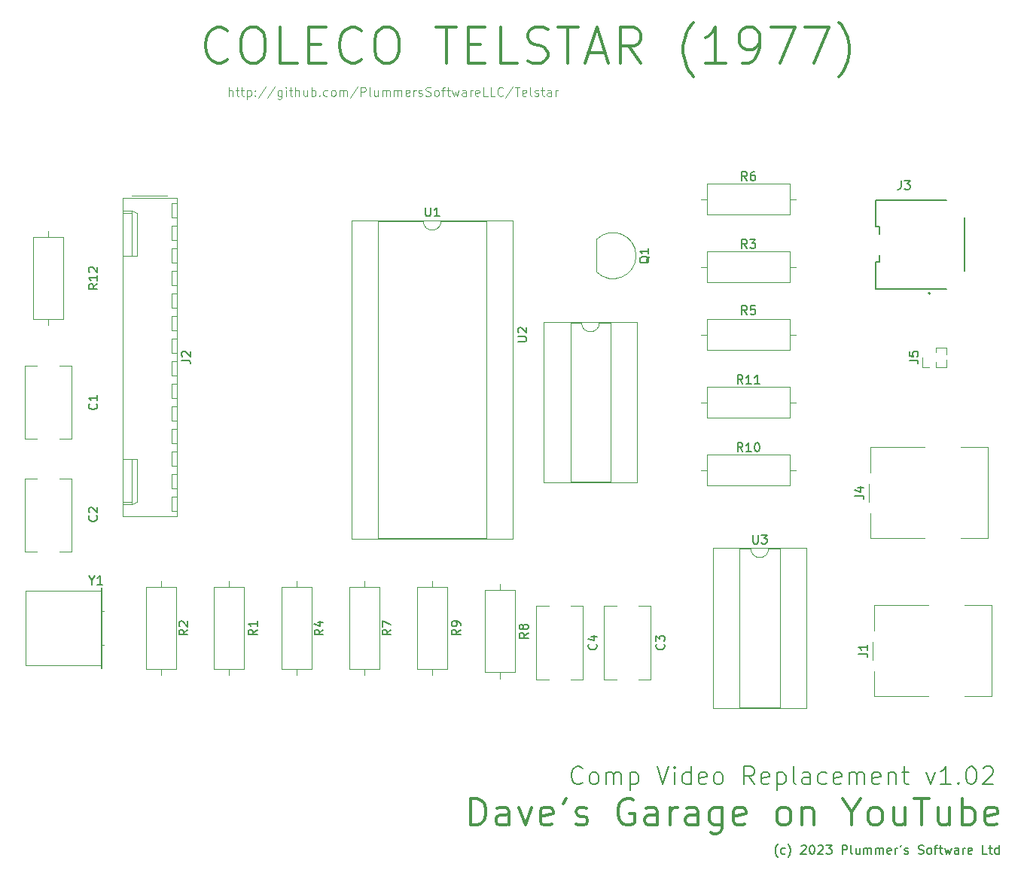
<source format=gbr>
%TF.GenerationSoftware,KiCad,Pcbnew,(6.0.9-0)*%
%TF.CreationDate,2023-01-07T16:42:32-08:00*%
%TF.ProjectId,Pong,506f6e67-2e6b-4696-9361-645f70636258,rev?*%
%TF.SameCoordinates,Original*%
%TF.FileFunction,Legend,Top*%
%TF.FilePolarity,Positive*%
%FSLAX46Y46*%
G04 Gerber Fmt 4.6, Leading zero omitted, Abs format (unit mm)*
G04 Created by KiCad (PCBNEW (6.0.9-0)) date 2023-01-07 16:42:32*
%MOMM*%
%LPD*%
G01*
G04 APERTURE LIST*
%ADD10C,0.100000*%
%ADD11C,0.150000*%
%ADD12C,0.300000*%
%ADD13C,0.120000*%
%ADD14C,0.127000*%
%ADD15C,0.200000*%
G04 APERTURE END LIST*
D10*
X66033928Y-44274880D02*
X66033928Y-43274880D01*
X66462499Y-44274880D02*
X66462499Y-43751071D01*
X66414880Y-43655833D01*
X66319642Y-43608214D01*
X66176785Y-43608214D01*
X66081547Y-43655833D01*
X66033928Y-43703452D01*
X66795833Y-43608214D02*
X67176785Y-43608214D01*
X66938690Y-43274880D02*
X66938690Y-44132023D01*
X66986309Y-44227261D01*
X67081547Y-44274880D01*
X67176785Y-44274880D01*
X67367261Y-43608214D02*
X67748214Y-43608214D01*
X67510119Y-43274880D02*
X67510119Y-44132023D01*
X67557738Y-44227261D01*
X67652976Y-44274880D01*
X67748214Y-44274880D01*
X68081547Y-43608214D02*
X68081547Y-44608214D01*
X68081547Y-43655833D02*
X68176785Y-43608214D01*
X68367261Y-43608214D01*
X68462500Y-43655833D01*
X68510119Y-43703452D01*
X68557738Y-43798690D01*
X68557738Y-44084404D01*
X68510119Y-44179642D01*
X68462500Y-44227261D01*
X68367261Y-44274880D01*
X68176785Y-44274880D01*
X68081547Y-44227261D01*
X68986309Y-44179642D02*
X69033928Y-44227261D01*
X68986309Y-44274880D01*
X68938690Y-44227261D01*
X68986309Y-44179642D01*
X68986309Y-44274880D01*
X68986309Y-43655833D02*
X69033928Y-43703452D01*
X68986309Y-43751071D01*
X68938690Y-43703452D01*
X68986309Y-43655833D01*
X68986309Y-43751071D01*
X70176785Y-43227261D02*
X69319642Y-44512976D01*
X71224404Y-43227261D02*
X70367261Y-44512976D01*
X71986309Y-43608214D02*
X71986309Y-44417738D01*
X71938690Y-44512976D01*
X71891071Y-44560595D01*
X71795833Y-44608214D01*
X71652976Y-44608214D01*
X71557738Y-44560595D01*
X71986309Y-44227261D02*
X71891071Y-44274880D01*
X71700595Y-44274880D01*
X71605357Y-44227261D01*
X71557738Y-44179642D01*
X71510119Y-44084404D01*
X71510119Y-43798690D01*
X71557738Y-43703452D01*
X71605357Y-43655833D01*
X71700595Y-43608214D01*
X71891071Y-43608214D01*
X71986309Y-43655833D01*
X72462500Y-44274880D02*
X72462500Y-43608214D01*
X72462500Y-43274880D02*
X72414880Y-43322500D01*
X72462500Y-43370119D01*
X72510119Y-43322500D01*
X72462500Y-43274880D01*
X72462500Y-43370119D01*
X72795833Y-43608214D02*
X73176785Y-43608214D01*
X72938690Y-43274880D02*
X72938690Y-44132023D01*
X72986309Y-44227261D01*
X73081547Y-44274880D01*
X73176785Y-44274880D01*
X73510119Y-44274880D02*
X73510119Y-43274880D01*
X73938690Y-44274880D02*
X73938690Y-43751071D01*
X73891071Y-43655833D01*
X73795833Y-43608214D01*
X73652976Y-43608214D01*
X73557738Y-43655833D01*
X73510119Y-43703452D01*
X74843452Y-43608214D02*
X74843452Y-44274880D01*
X74414880Y-43608214D02*
X74414880Y-44132023D01*
X74462500Y-44227261D01*
X74557738Y-44274880D01*
X74700595Y-44274880D01*
X74795833Y-44227261D01*
X74843452Y-44179642D01*
X75319642Y-44274880D02*
X75319642Y-43274880D01*
X75319642Y-43655833D02*
X75414880Y-43608214D01*
X75605357Y-43608214D01*
X75700595Y-43655833D01*
X75748214Y-43703452D01*
X75795833Y-43798690D01*
X75795833Y-44084404D01*
X75748214Y-44179642D01*
X75700595Y-44227261D01*
X75605357Y-44274880D01*
X75414880Y-44274880D01*
X75319642Y-44227261D01*
X76224404Y-44179642D02*
X76272023Y-44227261D01*
X76224404Y-44274880D01*
X76176785Y-44227261D01*
X76224404Y-44179642D01*
X76224404Y-44274880D01*
X77129166Y-44227261D02*
X77033928Y-44274880D01*
X76843452Y-44274880D01*
X76748214Y-44227261D01*
X76700595Y-44179642D01*
X76652976Y-44084404D01*
X76652976Y-43798690D01*
X76700595Y-43703452D01*
X76748214Y-43655833D01*
X76843452Y-43608214D01*
X77033928Y-43608214D01*
X77129166Y-43655833D01*
X77700595Y-44274880D02*
X77605357Y-44227261D01*
X77557738Y-44179642D01*
X77510119Y-44084404D01*
X77510119Y-43798690D01*
X77557738Y-43703452D01*
X77605357Y-43655833D01*
X77700595Y-43608214D01*
X77843452Y-43608214D01*
X77938690Y-43655833D01*
X77986309Y-43703452D01*
X78033928Y-43798690D01*
X78033928Y-44084404D01*
X77986309Y-44179642D01*
X77938690Y-44227261D01*
X77843452Y-44274880D01*
X77700595Y-44274880D01*
X78462500Y-44274880D02*
X78462500Y-43608214D01*
X78462500Y-43703452D02*
X78510119Y-43655833D01*
X78605357Y-43608214D01*
X78748214Y-43608214D01*
X78843452Y-43655833D01*
X78891071Y-43751071D01*
X78891071Y-44274880D01*
X78891071Y-43751071D02*
X78938690Y-43655833D01*
X79033928Y-43608214D01*
X79176785Y-43608214D01*
X79272023Y-43655833D01*
X79319642Y-43751071D01*
X79319642Y-44274880D01*
X80510119Y-43227261D02*
X79652976Y-44512976D01*
X80843452Y-44274880D02*
X80843452Y-43274880D01*
X81224404Y-43274880D01*
X81319642Y-43322500D01*
X81367261Y-43370119D01*
X81414880Y-43465357D01*
X81414880Y-43608214D01*
X81367261Y-43703452D01*
X81319642Y-43751071D01*
X81224404Y-43798690D01*
X80843452Y-43798690D01*
X81986309Y-44274880D02*
X81891071Y-44227261D01*
X81843452Y-44132023D01*
X81843452Y-43274880D01*
X82795833Y-43608214D02*
X82795833Y-44274880D01*
X82367261Y-43608214D02*
X82367261Y-44132023D01*
X82414880Y-44227261D01*
X82510119Y-44274880D01*
X82652976Y-44274880D01*
X82748214Y-44227261D01*
X82795833Y-44179642D01*
X83272023Y-44274880D02*
X83272023Y-43608214D01*
X83272023Y-43703452D02*
X83319642Y-43655833D01*
X83414880Y-43608214D01*
X83557738Y-43608214D01*
X83652976Y-43655833D01*
X83700595Y-43751071D01*
X83700595Y-44274880D01*
X83700595Y-43751071D02*
X83748214Y-43655833D01*
X83843452Y-43608214D01*
X83986309Y-43608214D01*
X84081547Y-43655833D01*
X84129166Y-43751071D01*
X84129166Y-44274880D01*
X84605357Y-44274880D02*
X84605357Y-43608214D01*
X84605357Y-43703452D02*
X84652976Y-43655833D01*
X84748214Y-43608214D01*
X84891071Y-43608214D01*
X84986309Y-43655833D01*
X85033928Y-43751071D01*
X85033928Y-44274880D01*
X85033928Y-43751071D02*
X85081547Y-43655833D01*
X85176785Y-43608214D01*
X85319642Y-43608214D01*
X85414880Y-43655833D01*
X85462500Y-43751071D01*
X85462500Y-44274880D01*
X86319642Y-44227261D02*
X86224404Y-44274880D01*
X86033928Y-44274880D01*
X85938690Y-44227261D01*
X85891071Y-44132023D01*
X85891071Y-43751071D01*
X85938690Y-43655833D01*
X86033928Y-43608214D01*
X86224404Y-43608214D01*
X86319642Y-43655833D01*
X86367261Y-43751071D01*
X86367261Y-43846309D01*
X85891071Y-43941547D01*
X86795833Y-44274880D02*
X86795833Y-43608214D01*
X86795833Y-43798690D02*
X86843452Y-43703452D01*
X86891071Y-43655833D01*
X86986309Y-43608214D01*
X87081547Y-43608214D01*
X87367261Y-44227261D02*
X87462500Y-44274880D01*
X87652976Y-44274880D01*
X87748214Y-44227261D01*
X87795833Y-44132023D01*
X87795833Y-44084404D01*
X87748214Y-43989166D01*
X87652976Y-43941547D01*
X87510119Y-43941547D01*
X87414880Y-43893928D01*
X87367261Y-43798690D01*
X87367261Y-43751071D01*
X87414880Y-43655833D01*
X87510119Y-43608214D01*
X87652976Y-43608214D01*
X87748214Y-43655833D01*
X88176785Y-44227261D02*
X88319642Y-44274880D01*
X88557738Y-44274880D01*
X88652976Y-44227261D01*
X88700595Y-44179642D01*
X88748214Y-44084404D01*
X88748214Y-43989166D01*
X88700595Y-43893928D01*
X88652976Y-43846309D01*
X88557738Y-43798690D01*
X88367261Y-43751071D01*
X88272023Y-43703452D01*
X88224404Y-43655833D01*
X88176785Y-43560595D01*
X88176785Y-43465357D01*
X88224404Y-43370119D01*
X88272023Y-43322500D01*
X88367261Y-43274880D01*
X88605357Y-43274880D01*
X88748214Y-43322500D01*
X89319642Y-44274880D02*
X89224404Y-44227261D01*
X89176785Y-44179642D01*
X89129166Y-44084404D01*
X89129166Y-43798690D01*
X89176785Y-43703452D01*
X89224404Y-43655833D01*
X89319642Y-43608214D01*
X89462499Y-43608214D01*
X89557738Y-43655833D01*
X89605357Y-43703452D01*
X89652976Y-43798690D01*
X89652976Y-44084404D01*
X89605357Y-44179642D01*
X89557738Y-44227261D01*
X89462499Y-44274880D01*
X89319642Y-44274880D01*
X89938690Y-43608214D02*
X90319642Y-43608214D01*
X90081547Y-44274880D02*
X90081547Y-43417738D01*
X90129166Y-43322500D01*
X90224404Y-43274880D01*
X90319642Y-43274880D01*
X90510119Y-43608214D02*
X90891071Y-43608214D01*
X90652976Y-43274880D02*
X90652976Y-44132023D01*
X90700595Y-44227261D01*
X90795833Y-44274880D01*
X90891071Y-44274880D01*
X91129166Y-43608214D02*
X91319642Y-44274880D01*
X91510119Y-43798690D01*
X91700595Y-44274880D01*
X91891071Y-43608214D01*
X92700595Y-44274880D02*
X92700595Y-43751071D01*
X92652976Y-43655833D01*
X92557738Y-43608214D01*
X92367261Y-43608214D01*
X92272023Y-43655833D01*
X92700595Y-44227261D02*
X92605357Y-44274880D01*
X92367261Y-44274880D01*
X92272023Y-44227261D01*
X92224404Y-44132023D01*
X92224404Y-44036785D01*
X92272023Y-43941547D01*
X92367261Y-43893928D01*
X92605357Y-43893928D01*
X92700595Y-43846309D01*
X93176785Y-44274880D02*
X93176785Y-43608214D01*
X93176785Y-43798690D02*
X93224404Y-43703452D01*
X93272023Y-43655833D01*
X93367261Y-43608214D01*
X93462499Y-43608214D01*
X94176785Y-44227261D02*
X94081547Y-44274880D01*
X93891071Y-44274880D01*
X93795833Y-44227261D01*
X93748214Y-44132023D01*
X93748214Y-43751071D01*
X93795833Y-43655833D01*
X93891071Y-43608214D01*
X94081547Y-43608214D01*
X94176785Y-43655833D01*
X94224404Y-43751071D01*
X94224404Y-43846309D01*
X93748214Y-43941547D01*
X95129166Y-44274880D02*
X94652976Y-44274880D01*
X94652976Y-43274880D01*
X95938690Y-44274880D02*
X95462499Y-44274880D01*
X95462499Y-43274880D01*
X96843452Y-44179642D02*
X96795833Y-44227261D01*
X96652976Y-44274880D01*
X96557738Y-44274880D01*
X96414880Y-44227261D01*
X96319642Y-44132023D01*
X96272023Y-44036785D01*
X96224404Y-43846309D01*
X96224404Y-43703452D01*
X96272023Y-43512976D01*
X96319642Y-43417738D01*
X96414880Y-43322500D01*
X96557738Y-43274880D01*
X96652976Y-43274880D01*
X96795833Y-43322500D01*
X96843452Y-43370119D01*
X97986309Y-43227261D02*
X97129166Y-44512976D01*
X98176785Y-43274880D02*
X98748214Y-43274880D01*
X98462499Y-44274880D02*
X98462499Y-43274880D01*
X99462499Y-44227261D02*
X99367261Y-44274880D01*
X99176785Y-44274880D01*
X99081547Y-44227261D01*
X99033928Y-44132023D01*
X99033928Y-43751071D01*
X99081547Y-43655833D01*
X99176785Y-43608214D01*
X99367261Y-43608214D01*
X99462499Y-43655833D01*
X99510119Y-43751071D01*
X99510119Y-43846309D01*
X99033928Y-43941547D01*
X100081547Y-44274880D02*
X99986309Y-44227261D01*
X99938690Y-44132023D01*
X99938690Y-43274880D01*
X100414880Y-44227261D02*
X100510119Y-44274880D01*
X100700595Y-44274880D01*
X100795833Y-44227261D01*
X100843452Y-44132023D01*
X100843452Y-44084404D01*
X100795833Y-43989166D01*
X100700595Y-43941547D01*
X100557738Y-43941547D01*
X100462499Y-43893928D01*
X100414880Y-43798690D01*
X100414880Y-43751071D01*
X100462499Y-43655833D01*
X100557738Y-43608214D01*
X100700595Y-43608214D01*
X100795833Y-43655833D01*
X101129166Y-43608214D02*
X101510119Y-43608214D01*
X101272023Y-43274880D02*
X101272023Y-44132023D01*
X101319642Y-44227261D01*
X101414880Y-44274880D01*
X101510119Y-44274880D01*
X102272023Y-44274880D02*
X102272023Y-43751071D01*
X102224404Y-43655833D01*
X102129166Y-43608214D01*
X101938690Y-43608214D01*
X101843452Y-43655833D01*
X102272023Y-44227261D02*
X102176785Y-44274880D01*
X101938690Y-44274880D01*
X101843452Y-44227261D01*
X101795833Y-44132023D01*
X101795833Y-44036785D01*
X101843452Y-43941547D01*
X101938690Y-43893928D01*
X102176785Y-43893928D01*
X102272023Y-43846309D01*
X102748214Y-44274880D02*
X102748214Y-43608214D01*
X102748214Y-43798690D02*
X102795833Y-43703452D01*
X102843452Y-43655833D01*
X102938690Y-43608214D01*
X103033928Y-43608214D01*
D11*
X127766605Y-129927837D02*
X127718986Y-129880218D01*
X127623748Y-129737361D01*
X127576129Y-129642123D01*
X127528510Y-129499265D01*
X127480891Y-129261170D01*
X127480891Y-129070694D01*
X127528510Y-128832599D01*
X127576129Y-128689742D01*
X127623748Y-128594504D01*
X127718986Y-128451646D01*
X127766605Y-128404027D01*
X128576129Y-129499265D02*
X128480891Y-129546884D01*
X128290415Y-129546884D01*
X128195177Y-129499265D01*
X128147558Y-129451646D01*
X128099939Y-129356408D01*
X128099939Y-129070694D01*
X128147558Y-128975456D01*
X128195177Y-128927837D01*
X128290415Y-128880218D01*
X128480891Y-128880218D01*
X128576129Y-128927837D01*
X128909462Y-129927837D02*
X128957081Y-129880218D01*
X129052319Y-129737361D01*
X129099939Y-129642123D01*
X129147558Y-129499265D01*
X129195177Y-129261170D01*
X129195177Y-129070694D01*
X129147558Y-128832599D01*
X129099939Y-128689742D01*
X129052319Y-128594504D01*
X128957081Y-128451646D01*
X128909462Y-128404027D01*
X130385653Y-128642123D02*
X130433272Y-128594504D01*
X130528510Y-128546884D01*
X130766605Y-128546884D01*
X130861843Y-128594504D01*
X130909462Y-128642123D01*
X130957081Y-128737361D01*
X130957081Y-128832599D01*
X130909462Y-128975456D01*
X130338034Y-129546884D01*
X130957081Y-129546884D01*
X131576129Y-128546884D02*
X131671367Y-128546884D01*
X131766605Y-128594504D01*
X131814224Y-128642123D01*
X131861843Y-128737361D01*
X131909462Y-128927837D01*
X131909462Y-129165932D01*
X131861843Y-129356408D01*
X131814224Y-129451646D01*
X131766605Y-129499265D01*
X131671367Y-129546884D01*
X131576129Y-129546884D01*
X131480891Y-129499265D01*
X131433272Y-129451646D01*
X131385653Y-129356408D01*
X131338034Y-129165932D01*
X131338034Y-128927837D01*
X131385653Y-128737361D01*
X131433272Y-128642123D01*
X131480891Y-128594504D01*
X131576129Y-128546884D01*
X132290415Y-128642123D02*
X132338034Y-128594504D01*
X132433272Y-128546884D01*
X132671367Y-128546884D01*
X132766605Y-128594504D01*
X132814224Y-128642123D01*
X132861843Y-128737361D01*
X132861843Y-128832599D01*
X132814224Y-128975456D01*
X132242796Y-129546884D01*
X132861843Y-129546884D01*
X133195177Y-128546884D02*
X133814224Y-128546884D01*
X133480891Y-128927837D01*
X133623748Y-128927837D01*
X133718986Y-128975456D01*
X133766605Y-129023075D01*
X133814224Y-129118313D01*
X133814224Y-129356408D01*
X133766605Y-129451646D01*
X133718986Y-129499265D01*
X133623748Y-129546884D01*
X133338034Y-129546884D01*
X133242796Y-129499265D01*
X133195177Y-129451646D01*
X135004700Y-129546884D02*
X135004700Y-128546884D01*
X135385653Y-128546884D01*
X135480891Y-128594504D01*
X135528510Y-128642123D01*
X135576129Y-128737361D01*
X135576129Y-128880218D01*
X135528510Y-128975456D01*
X135480891Y-129023075D01*
X135385653Y-129070694D01*
X135004700Y-129070694D01*
X136147558Y-129546884D02*
X136052320Y-129499265D01*
X136004700Y-129404027D01*
X136004700Y-128546884D01*
X136957081Y-128880218D02*
X136957081Y-129546884D01*
X136528510Y-128880218D02*
X136528510Y-129404027D01*
X136576129Y-129499265D01*
X136671367Y-129546884D01*
X136814224Y-129546884D01*
X136909462Y-129499265D01*
X136957081Y-129451646D01*
X137433272Y-129546884D02*
X137433272Y-128880218D01*
X137433272Y-128975456D02*
X137480891Y-128927837D01*
X137576129Y-128880218D01*
X137718986Y-128880218D01*
X137814224Y-128927837D01*
X137861843Y-129023075D01*
X137861843Y-129546884D01*
X137861843Y-129023075D02*
X137909462Y-128927837D01*
X138004700Y-128880218D01*
X138147558Y-128880218D01*
X138242796Y-128927837D01*
X138290415Y-129023075D01*
X138290415Y-129546884D01*
X138766605Y-129546884D02*
X138766605Y-128880218D01*
X138766605Y-128975456D02*
X138814224Y-128927837D01*
X138909462Y-128880218D01*
X139052320Y-128880218D01*
X139147558Y-128927837D01*
X139195177Y-129023075D01*
X139195177Y-129546884D01*
X139195177Y-129023075D02*
X139242796Y-128927837D01*
X139338034Y-128880218D01*
X139480891Y-128880218D01*
X139576129Y-128927837D01*
X139623748Y-129023075D01*
X139623748Y-129546884D01*
X140480891Y-129499265D02*
X140385653Y-129546884D01*
X140195177Y-129546884D01*
X140099939Y-129499265D01*
X140052320Y-129404027D01*
X140052320Y-129023075D01*
X140099939Y-128927837D01*
X140195177Y-128880218D01*
X140385653Y-128880218D01*
X140480891Y-128927837D01*
X140528510Y-129023075D01*
X140528510Y-129118313D01*
X140052320Y-129213551D01*
X140957081Y-129546884D02*
X140957081Y-128880218D01*
X140957081Y-129070694D02*
X141004700Y-128975456D01*
X141052320Y-128927837D01*
X141147558Y-128880218D01*
X141242796Y-128880218D01*
X141623748Y-128546884D02*
X141528510Y-128737361D01*
X142004700Y-129499265D02*
X142099939Y-129546884D01*
X142290415Y-129546884D01*
X142385653Y-129499265D01*
X142433272Y-129404027D01*
X142433272Y-129356408D01*
X142385653Y-129261170D01*
X142290415Y-129213551D01*
X142147558Y-129213551D01*
X142052320Y-129165932D01*
X142004700Y-129070694D01*
X142004700Y-129023075D01*
X142052320Y-128927837D01*
X142147558Y-128880218D01*
X142290415Y-128880218D01*
X142385653Y-128927837D01*
X143576129Y-129499265D02*
X143718986Y-129546884D01*
X143957081Y-129546884D01*
X144052320Y-129499265D01*
X144099939Y-129451646D01*
X144147558Y-129356408D01*
X144147558Y-129261170D01*
X144099939Y-129165932D01*
X144052320Y-129118313D01*
X143957081Y-129070694D01*
X143766605Y-129023075D01*
X143671367Y-128975456D01*
X143623748Y-128927837D01*
X143576129Y-128832599D01*
X143576129Y-128737361D01*
X143623748Y-128642123D01*
X143671367Y-128594504D01*
X143766605Y-128546884D01*
X144004700Y-128546884D01*
X144147558Y-128594504D01*
X144718986Y-129546884D02*
X144623748Y-129499265D01*
X144576129Y-129451646D01*
X144528510Y-129356408D01*
X144528510Y-129070694D01*
X144576129Y-128975456D01*
X144623748Y-128927837D01*
X144718986Y-128880218D01*
X144861843Y-128880218D01*
X144957081Y-128927837D01*
X145004700Y-128975456D01*
X145052320Y-129070694D01*
X145052320Y-129356408D01*
X145004700Y-129451646D01*
X144957081Y-129499265D01*
X144861843Y-129546884D01*
X144718986Y-129546884D01*
X145338034Y-128880218D02*
X145718986Y-128880218D01*
X145480891Y-129546884D02*
X145480891Y-128689742D01*
X145528510Y-128594504D01*
X145623748Y-128546884D01*
X145718986Y-128546884D01*
X145909462Y-128880218D02*
X146290415Y-128880218D01*
X146052320Y-128546884D02*
X146052320Y-129404027D01*
X146099939Y-129499265D01*
X146195177Y-129546884D01*
X146290415Y-129546884D01*
X146528510Y-128880218D02*
X146718986Y-129546884D01*
X146909462Y-129070694D01*
X147099939Y-129546884D01*
X147290415Y-128880218D01*
X148099939Y-129546884D02*
X148099939Y-129023075D01*
X148052320Y-128927837D01*
X147957081Y-128880218D01*
X147766605Y-128880218D01*
X147671367Y-128927837D01*
X148099939Y-129499265D02*
X148004700Y-129546884D01*
X147766605Y-129546884D01*
X147671367Y-129499265D01*
X147623748Y-129404027D01*
X147623748Y-129308789D01*
X147671367Y-129213551D01*
X147766605Y-129165932D01*
X148004700Y-129165932D01*
X148099939Y-129118313D01*
X148576129Y-129546884D02*
X148576129Y-128880218D01*
X148576129Y-129070694D02*
X148623748Y-128975456D01*
X148671367Y-128927837D01*
X148766605Y-128880218D01*
X148861843Y-128880218D01*
X149576129Y-129499265D02*
X149480891Y-129546884D01*
X149290415Y-129546884D01*
X149195177Y-129499265D01*
X149147558Y-129404027D01*
X149147558Y-129023075D01*
X149195177Y-128927837D01*
X149290415Y-128880218D01*
X149480891Y-128880218D01*
X149576129Y-128927837D01*
X149623748Y-129023075D01*
X149623748Y-129118313D01*
X149147558Y-129213551D01*
X151290415Y-129546884D02*
X150814224Y-129546884D01*
X150814224Y-128546884D01*
X151480891Y-128880218D02*
X151861843Y-128880218D01*
X151623748Y-128546884D02*
X151623748Y-129404027D01*
X151671367Y-129499265D01*
X151766605Y-129546884D01*
X151861843Y-129546884D01*
X152623748Y-129546884D02*
X152623748Y-128546884D01*
X152623748Y-129499265D02*
X152528510Y-129546884D01*
X152338034Y-129546884D01*
X152242796Y-129499265D01*
X152195177Y-129451646D01*
X152147558Y-129356408D01*
X152147558Y-129070694D01*
X152195177Y-128975456D01*
X152242796Y-128927837D01*
X152338034Y-128880218D01*
X152528510Y-128880218D01*
X152623748Y-128927837D01*
X105793809Y-121509285D02*
X105698571Y-121604523D01*
X105412857Y-121699761D01*
X105222380Y-121699761D01*
X104936666Y-121604523D01*
X104746190Y-121414047D01*
X104650952Y-121223571D01*
X104555714Y-120842619D01*
X104555714Y-120556904D01*
X104650952Y-120175952D01*
X104746190Y-119985476D01*
X104936666Y-119795000D01*
X105222380Y-119699761D01*
X105412857Y-119699761D01*
X105698571Y-119795000D01*
X105793809Y-119890238D01*
X106936666Y-121699761D02*
X106746190Y-121604523D01*
X106650952Y-121509285D01*
X106555714Y-121318809D01*
X106555714Y-120747380D01*
X106650952Y-120556904D01*
X106746190Y-120461666D01*
X106936666Y-120366428D01*
X107222380Y-120366428D01*
X107412857Y-120461666D01*
X107508095Y-120556904D01*
X107603333Y-120747380D01*
X107603333Y-121318809D01*
X107508095Y-121509285D01*
X107412857Y-121604523D01*
X107222380Y-121699761D01*
X106936666Y-121699761D01*
X108460476Y-121699761D02*
X108460476Y-120366428D01*
X108460476Y-120556904D02*
X108555714Y-120461666D01*
X108746190Y-120366428D01*
X109031904Y-120366428D01*
X109222380Y-120461666D01*
X109317619Y-120652142D01*
X109317619Y-121699761D01*
X109317619Y-120652142D02*
X109412857Y-120461666D01*
X109603333Y-120366428D01*
X109889047Y-120366428D01*
X110079523Y-120461666D01*
X110174761Y-120652142D01*
X110174761Y-121699761D01*
X111127142Y-120366428D02*
X111127142Y-122366428D01*
X111127142Y-120461666D02*
X111317619Y-120366428D01*
X111698571Y-120366428D01*
X111889047Y-120461666D01*
X111984285Y-120556904D01*
X112079523Y-120747380D01*
X112079523Y-121318809D01*
X111984285Y-121509285D01*
X111889047Y-121604523D01*
X111698571Y-121699761D01*
X111317619Y-121699761D01*
X111127142Y-121604523D01*
X114174761Y-119699761D02*
X114841428Y-121699761D01*
X115508095Y-119699761D01*
X116174761Y-121699761D02*
X116174761Y-120366428D01*
X116174761Y-119699761D02*
X116079523Y-119795000D01*
X116174761Y-119890238D01*
X116270000Y-119795000D01*
X116174761Y-119699761D01*
X116174761Y-119890238D01*
X117984285Y-121699761D02*
X117984285Y-119699761D01*
X117984285Y-121604523D02*
X117793809Y-121699761D01*
X117412857Y-121699761D01*
X117222380Y-121604523D01*
X117127142Y-121509285D01*
X117031904Y-121318809D01*
X117031904Y-120747380D01*
X117127142Y-120556904D01*
X117222380Y-120461666D01*
X117412857Y-120366428D01*
X117793809Y-120366428D01*
X117984285Y-120461666D01*
X119698571Y-121604523D02*
X119508095Y-121699761D01*
X119127142Y-121699761D01*
X118936666Y-121604523D01*
X118841428Y-121414047D01*
X118841428Y-120652142D01*
X118936666Y-120461666D01*
X119127142Y-120366428D01*
X119508095Y-120366428D01*
X119698571Y-120461666D01*
X119793809Y-120652142D01*
X119793809Y-120842619D01*
X118841428Y-121033095D01*
X120936666Y-121699761D02*
X120746190Y-121604523D01*
X120650952Y-121509285D01*
X120555714Y-121318809D01*
X120555714Y-120747380D01*
X120650952Y-120556904D01*
X120746190Y-120461666D01*
X120936666Y-120366428D01*
X121222380Y-120366428D01*
X121412857Y-120461666D01*
X121508095Y-120556904D01*
X121603333Y-120747380D01*
X121603333Y-121318809D01*
X121508095Y-121509285D01*
X121412857Y-121604523D01*
X121222380Y-121699761D01*
X120936666Y-121699761D01*
X125127142Y-121699761D02*
X124460476Y-120747380D01*
X123984285Y-121699761D02*
X123984285Y-119699761D01*
X124746190Y-119699761D01*
X124936666Y-119795000D01*
X125031904Y-119890238D01*
X125127142Y-120080714D01*
X125127142Y-120366428D01*
X125031904Y-120556904D01*
X124936666Y-120652142D01*
X124746190Y-120747380D01*
X123984285Y-120747380D01*
X126746190Y-121604523D02*
X126555714Y-121699761D01*
X126174761Y-121699761D01*
X125984285Y-121604523D01*
X125889047Y-121414047D01*
X125889047Y-120652142D01*
X125984285Y-120461666D01*
X126174761Y-120366428D01*
X126555714Y-120366428D01*
X126746190Y-120461666D01*
X126841428Y-120652142D01*
X126841428Y-120842619D01*
X125889047Y-121033095D01*
X127698571Y-120366428D02*
X127698571Y-122366428D01*
X127698571Y-120461666D02*
X127889047Y-120366428D01*
X128270000Y-120366428D01*
X128460476Y-120461666D01*
X128555714Y-120556904D01*
X128650952Y-120747380D01*
X128650952Y-121318809D01*
X128555714Y-121509285D01*
X128460476Y-121604523D01*
X128270000Y-121699761D01*
X127889047Y-121699761D01*
X127698571Y-121604523D01*
X129793809Y-121699761D02*
X129603333Y-121604523D01*
X129508095Y-121414047D01*
X129508095Y-119699761D01*
X131412857Y-121699761D02*
X131412857Y-120652142D01*
X131317619Y-120461666D01*
X131127142Y-120366428D01*
X130746190Y-120366428D01*
X130555714Y-120461666D01*
X131412857Y-121604523D02*
X131222380Y-121699761D01*
X130746190Y-121699761D01*
X130555714Y-121604523D01*
X130460476Y-121414047D01*
X130460476Y-121223571D01*
X130555714Y-121033095D01*
X130746190Y-120937857D01*
X131222380Y-120937857D01*
X131412857Y-120842619D01*
X133222380Y-121604523D02*
X133031904Y-121699761D01*
X132650952Y-121699761D01*
X132460476Y-121604523D01*
X132365238Y-121509285D01*
X132270000Y-121318809D01*
X132270000Y-120747380D01*
X132365238Y-120556904D01*
X132460476Y-120461666D01*
X132650952Y-120366428D01*
X133031904Y-120366428D01*
X133222380Y-120461666D01*
X134841428Y-121604523D02*
X134650952Y-121699761D01*
X134270000Y-121699761D01*
X134079523Y-121604523D01*
X133984285Y-121414047D01*
X133984285Y-120652142D01*
X134079523Y-120461666D01*
X134270000Y-120366428D01*
X134650952Y-120366428D01*
X134841428Y-120461666D01*
X134936666Y-120652142D01*
X134936666Y-120842619D01*
X133984285Y-121033095D01*
X135793809Y-121699761D02*
X135793809Y-120366428D01*
X135793809Y-120556904D02*
X135889047Y-120461666D01*
X136079523Y-120366428D01*
X136365238Y-120366428D01*
X136555714Y-120461666D01*
X136650952Y-120652142D01*
X136650952Y-121699761D01*
X136650952Y-120652142D02*
X136746190Y-120461666D01*
X136936666Y-120366428D01*
X137222380Y-120366428D01*
X137412857Y-120461666D01*
X137508095Y-120652142D01*
X137508095Y-121699761D01*
X139222380Y-121604523D02*
X139031904Y-121699761D01*
X138650952Y-121699761D01*
X138460476Y-121604523D01*
X138365238Y-121414047D01*
X138365238Y-120652142D01*
X138460476Y-120461666D01*
X138650952Y-120366428D01*
X139031904Y-120366428D01*
X139222380Y-120461666D01*
X139317619Y-120652142D01*
X139317619Y-120842619D01*
X138365238Y-121033095D01*
X140174761Y-120366428D02*
X140174761Y-121699761D01*
X140174761Y-120556904D02*
X140270000Y-120461666D01*
X140460476Y-120366428D01*
X140746190Y-120366428D01*
X140936666Y-120461666D01*
X141031904Y-120652142D01*
X141031904Y-121699761D01*
X141698571Y-120366428D02*
X142460476Y-120366428D01*
X141984285Y-119699761D02*
X141984285Y-121414047D01*
X142079523Y-121604523D01*
X142270000Y-121699761D01*
X142460476Y-121699761D01*
X144460476Y-120366428D02*
X144936666Y-121699761D01*
X145412857Y-120366428D01*
X147222380Y-121699761D02*
X146079523Y-121699761D01*
X146650952Y-121699761D02*
X146650952Y-119699761D01*
X146460476Y-119985476D01*
X146270000Y-120175952D01*
X146079523Y-120271190D01*
X148079523Y-121509285D02*
X148174761Y-121604523D01*
X148079523Y-121699761D01*
X147984285Y-121604523D01*
X148079523Y-121509285D01*
X148079523Y-121699761D01*
X149412857Y-119699761D02*
X149603333Y-119699761D01*
X149793809Y-119795000D01*
X149889047Y-119890238D01*
X149984285Y-120080714D01*
X150079523Y-120461666D01*
X150079523Y-120937857D01*
X149984285Y-121318809D01*
X149889047Y-121509285D01*
X149793809Y-121604523D01*
X149603333Y-121699761D01*
X149412857Y-121699761D01*
X149222380Y-121604523D01*
X149127142Y-121509285D01*
X149031904Y-121318809D01*
X148936666Y-120937857D01*
X148936666Y-120461666D01*
X149031904Y-120080714D01*
X149127142Y-119890238D01*
X149222380Y-119795000D01*
X149412857Y-119699761D01*
X150841428Y-119890238D02*
X150936666Y-119795000D01*
X151127142Y-119699761D01*
X151603333Y-119699761D01*
X151793809Y-119795000D01*
X151889047Y-119890238D01*
X151984285Y-120080714D01*
X151984285Y-120271190D01*
X151889047Y-120556904D01*
X150746190Y-121699761D01*
X151984285Y-121699761D01*
D12*
X93213908Y-126290927D02*
X93213908Y-123290927D01*
X93928194Y-123290927D01*
X94356765Y-123433785D01*
X94642479Y-123719499D01*
X94785336Y-124005213D01*
X94928194Y-124576642D01*
X94928194Y-125005213D01*
X94785336Y-125576642D01*
X94642479Y-125862356D01*
X94356765Y-126148070D01*
X93928194Y-126290927D01*
X93213908Y-126290927D01*
X97499622Y-126290927D02*
X97499622Y-124719499D01*
X97356765Y-124433785D01*
X97071051Y-124290927D01*
X96499622Y-124290927D01*
X96213908Y-124433785D01*
X97499622Y-126148070D02*
X97213908Y-126290927D01*
X96499622Y-126290927D01*
X96213908Y-126148070D01*
X96071051Y-125862356D01*
X96071051Y-125576642D01*
X96213908Y-125290927D01*
X96499622Y-125148070D01*
X97213908Y-125148070D01*
X97499622Y-125005213D01*
X98642479Y-124290927D02*
X99356765Y-126290927D01*
X100071051Y-124290927D01*
X102356765Y-126148070D02*
X102071051Y-126290927D01*
X101499622Y-126290927D01*
X101213908Y-126148070D01*
X101071051Y-125862356D01*
X101071051Y-124719499D01*
X101213908Y-124433785D01*
X101499622Y-124290927D01*
X102071051Y-124290927D01*
X102356765Y-124433785D01*
X102499622Y-124719499D01*
X102499622Y-125005213D01*
X101071051Y-125290927D01*
X103928194Y-123290927D02*
X103642479Y-123862356D01*
X105071051Y-126148070D02*
X105356765Y-126290927D01*
X105928194Y-126290927D01*
X106213908Y-126148070D01*
X106356765Y-125862356D01*
X106356765Y-125719499D01*
X106213908Y-125433785D01*
X105928194Y-125290927D01*
X105499622Y-125290927D01*
X105213908Y-125148070D01*
X105071051Y-124862356D01*
X105071051Y-124719499D01*
X105213908Y-124433785D01*
X105499622Y-124290927D01*
X105928194Y-124290927D01*
X106213908Y-124433785D01*
X111499622Y-123433785D02*
X111213908Y-123290927D01*
X110785336Y-123290927D01*
X110356765Y-123433785D01*
X110071051Y-123719499D01*
X109928194Y-124005213D01*
X109785336Y-124576642D01*
X109785336Y-125005213D01*
X109928194Y-125576642D01*
X110071051Y-125862356D01*
X110356765Y-126148070D01*
X110785336Y-126290927D01*
X111071051Y-126290927D01*
X111499622Y-126148070D01*
X111642479Y-126005213D01*
X111642479Y-125005213D01*
X111071051Y-125005213D01*
X114213908Y-126290927D02*
X114213908Y-124719499D01*
X114071051Y-124433785D01*
X113785336Y-124290927D01*
X113213908Y-124290927D01*
X112928194Y-124433785D01*
X114213908Y-126148070D02*
X113928194Y-126290927D01*
X113213908Y-126290927D01*
X112928194Y-126148070D01*
X112785336Y-125862356D01*
X112785336Y-125576642D01*
X112928194Y-125290927D01*
X113213908Y-125148070D01*
X113928194Y-125148070D01*
X114213908Y-125005213D01*
X115642479Y-126290927D02*
X115642479Y-124290927D01*
X115642479Y-124862356D02*
X115785336Y-124576642D01*
X115928194Y-124433785D01*
X116213908Y-124290927D01*
X116499622Y-124290927D01*
X118785336Y-126290927D02*
X118785336Y-124719499D01*
X118642479Y-124433785D01*
X118356765Y-124290927D01*
X117785336Y-124290927D01*
X117499622Y-124433785D01*
X118785336Y-126148070D02*
X118499622Y-126290927D01*
X117785336Y-126290927D01*
X117499622Y-126148070D01*
X117356765Y-125862356D01*
X117356765Y-125576642D01*
X117499622Y-125290927D01*
X117785336Y-125148070D01*
X118499622Y-125148070D01*
X118785336Y-125005213D01*
X121499622Y-124290927D02*
X121499622Y-126719499D01*
X121356765Y-127005213D01*
X121213908Y-127148070D01*
X120928194Y-127290927D01*
X120499622Y-127290927D01*
X120213908Y-127148070D01*
X121499622Y-126148070D02*
X121213908Y-126290927D01*
X120642479Y-126290927D01*
X120356765Y-126148070D01*
X120213908Y-126005213D01*
X120071051Y-125719499D01*
X120071051Y-124862356D01*
X120213908Y-124576642D01*
X120356765Y-124433785D01*
X120642479Y-124290927D01*
X121213908Y-124290927D01*
X121499622Y-124433785D01*
X124071051Y-126148070D02*
X123785336Y-126290927D01*
X123213908Y-126290927D01*
X122928194Y-126148070D01*
X122785336Y-125862356D01*
X122785336Y-124719499D01*
X122928194Y-124433785D01*
X123213908Y-124290927D01*
X123785336Y-124290927D01*
X124071051Y-124433785D01*
X124213908Y-124719499D01*
X124213908Y-125005213D01*
X122785336Y-125290927D01*
X128213908Y-126290927D02*
X127928194Y-126148070D01*
X127785336Y-126005213D01*
X127642479Y-125719499D01*
X127642479Y-124862356D01*
X127785336Y-124576642D01*
X127928194Y-124433785D01*
X128213908Y-124290927D01*
X128642479Y-124290927D01*
X128928194Y-124433785D01*
X129071051Y-124576642D01*
X129213908Y-124862356D01*
X129213908Y-125719499D01*
X129071051Y-126005213D01*
X128928194Y-126148070D01*
X128642479Y-126290927D01*
X128213908Y-126290927D01*
X130499622Y-124290927D02*
X130499622Y-126290927D01*
X130499622Y-124576642D02*
X130642479Y-124433785D01*
X130928194Y-124290927D01*
X131356765Y-124290927D01*
X131642479Y-124433785D01*
X131785336Y-124719499D01*
X131785336Y-126290927D01*
X136071051Y-124862356D02*
X136071051Y-126290927D01*
X135071051Y-123290927D02*
X136071051Y-124862356D01*
X137071051Y-123290927D01*
X138499622Y-126290927D02*
X138213908Y-126148070D01*
X138071051Y-126005213D01*
X137928194Y-125719499D01*
X137928194Y-124862356D01*
X138071051Y-124576642D01*
X138213908Y-124433785D01*
X138499622Y-124290927D01*
X138928194Y-124290927D01*
X139213908Y-124433785D01*
X139356765Y-124576642D01*
X139499622Y-124862356D01*
X139499622Y-125719499D01*
X139356765Y-126005213D01*
X139213908Y-126148070D01*
X138928194Y-126290927D01*
X138499622Y-126290927D01*
X142071051Y-124290927D02*
X142071051Y-126290927D01*
X140785337Y-124290927D02*
X140785337Y-125862356D01*
X140928194Y-126148070D01*
X141213908Y-126290927D01*
X141642479Y-126290927D01*
X141928194Y-126148070D01*
X142071051Y-126005213D01*
X143071051Y-123290927D02*
X144785337Y-123290927D01*
X143928194Y-126290927D02*
X143928194Y-123290927D01*
X147071051Y-124290927D02*
X147071051Y-126290927D01*
X145785337Y-124290927D02*
X145785337Y-125862356D01*
X145928194Y-126148070D01*
X146213908Y-126290927D01*
X146642479Y-126290927D01*
X146928194Y-126148070D01*
X147071051Y-126005213D01*
X148499622Y-126290927D02*
X148499622Y-123290927D01*
X148499622Y-124433785D02*
X148785337Y-124290927D01*
X149356765Y-124290927D01*
X149642479Y-124433785D01*
X149785337Y-124576642D01*
X149928194Y-124862356D01*
X149928194Y-125719499D01*
X149785337Y-126005213D01*
X149642479Y-126148070D01*
X149356765Y-126290927D01*
X148785337Y-126290927D01*
X148499622Y-126148070D01*
X152356765Y-126148070D02*
X152071051Y-126290927D01*
X151499622Y-126290927D01*
X151213908Y-126148070D01*
X151071051Y-125862356D01*
X151071051Y-124719499D01*
X151213908Y-124433785D01*
X151499622Y-124290927D01*
X152071051Y-124290927D01*
X152356765Y-124433785D01*
X152499622Y-124719499D01*
X152499622Y-125005213D01*
X151071051Y-125290927D01*
X65892976Y-40171071D02*
X65702499Y-40361547D01*
X65131071Y-40552023D01*
X64750119Y-40552023D01*
X64178690Y-40361547D01*
X63797738Y-39980595D01*
X63607261Y-39599642D01*
X63416785Y-38837738D01*
X63416785Y-38266309D01*
X63607261Y-37504404D01*
X63797738Y-37123452D01*
X64178690Y-36742500D01*
X64750119Y-36552023D01*
X65131071Y-36552023D01*
X65702499Y-36742500D01*
X65892976Y-36932976D01*
X68369166Y-36552023D02*
X69131071Y-36552023D01*
X69512023Y-36742500D01*
X69892976Y-37123452D01*
X70083452Y-37885357D01*
X70083452Y-39218690D01*
X69892976Y-39980595D01*
X69512023Y-40361547D01*
X69131071Y-40552023D01*
X68369166Y-40552023D01*
X67988214Y-40361547D01*
X67607261Y-39980595D01*
X67416785Y-39218690D01*
X67416785Y-37885357D01*
X67607261Y-37123452D01*
X67988214Y-36742500D01*
X68369166Y-36552023D01*
X73702500Y-40552023D02*
X71797738Y-40552023D01*
X71797738Y-36552023D01*
X75035833Y-38456785D02*
X76369166Y-38456785D01*
X76940595Y-40552023D02*
X75035833Y-40552023D01*
X75035833Y-36552023D01*
X76940595Y-36552023D01*
X80940595Y-40171071D02*
X80750119Y-40361547D01*
X80178690Y-40552023D01*
X79797738Y-40552023D01*
X79226309Y-40361547D01*
X78845357Y-39980595D01*
X78654880Y-39599642D01*
X78464404Y-38837738D01*
X78464404Y-38266309D01*
X78654880Y-37504404D01*
X78845357Y-37123452D01*
X79226309Y-36742500D01*
X79797738Y-36552023D01*
X80178690Y-36552023D01*
X80750119Y-36742500D01*
X80940595Y-36932976D01*
X83416785Y-36552023D02*
X84178690Y-36552023D01*
X84559642Y-36742500D01*
X84940595Y-37123452D01*
X85131071Y-37885357D01*
X85131071Y-39218690D01*
X84940595Y-39980595D01*
X84559642Y-40361547D01*
X84178690Y-40552023D01*
X83416785Y-40552023D01*
X83035833Y-40361547D01*
X82654880Y-39980595D01*
X82464404Y-39218690D01*
X82464404Y-37885357D01*
X82654880Y-37123452D01*
X83035833Y-36742500D01*
X83416785Y-36552023D01*
X89321547Y-36552023D02*
X91607261Y-36552023D01*
X90464404Y-40552023D02*
X90464404Y-36552023D01*
X92940595Y-38456785D02*
X94273928Y-38456785D01*
X94845357Y-40552023D02*
X92940595Y-40552023D01*
X92940595Y-36552023D01*
X94845357Y-36552023D01*
X98464404Y-40552023D02*
X96559642Y-40552023D01*
X96559642Y-36552023D01*
X99607261Y-40361547D02*
X100178690Y-40552023D01*
X101131071Y-40552023D01*
X101512023Y-40361547D01*
X101702500Y-40171071D01*
X101892976Y-39790119D01*
X101892976Y-39409166D01*
X101702500Y-39028214D01*
X101512023Y-38837738D01*
X101131071Y-38647261D01*
X100369166Y-38456785D01*
X99988214Y-38266309D01*
X99797738Y-38075833D01*
X99607261Y-37694880D01*
X99607261Y-37313928D01*
X99797738Y-36932976D01*
X99988214Y-36742500D01*
X100369166Y-36552023D01*
X101321547Y-36552023D01*
X101892976Y-36742500D01*
X103035833Y-36552023D02*
X105321547Y-36552023D01*
X104178690Y-40552023D02*
X104178690Y-36552023D01*
X106464404Y-39409166D02*
X108369166Y-39409166D01*
X106083452Y-40552023D02*
X107416785Y-36552023D01*
X108750119Y-40552023D01*
X112369166Y-40552023D02*
X111035833Y-38647261D01*
X110083452Y-40552023D02*
X110083452Y-36552023D01*
X111607261Y-36552023D01*
X111988214Y-36742500D01*
X112178690Y-36932976D01*
X112369166Y-37313928D01*
X112369166Y-37885357D01*
X112178690Y-38266309D01*
X111988214Y-38456785D01*
X111607261Y-38647261D01*
X110083452Y-38647261D01*
X118273928Y-42075833D02*
X118083452Y-41885357D01*
X117702499Y-41313928D01*
X117512023Y-40932976D01*
X117321547Y-40361547D01*
X117131071Y-39409166D01*
X117131071Y-38647261D01*
X117321547Y-37694880D01*
X117512023Y-37123452D01*
X117702499Y-36742500D01*
X118083452Y-36171071D01*
X118273928Y-35980595D01*
X121892976Y-40552023D02*
X119607261Y-40552023D01*
X120750119Y-40552023D02*
X120750119Y-36552023D01*
X120369166Y-37123452D01*
X119988214Y-37504404D01*
X119607261Y-37694880D01*
X123797738Y-40552023D02*
X124559642Y-40552023D01*
X124940595Y-40361547D01*
X125131071Y-40171071D01*
X125512023Y-39599642D01*
X125702499Y-38837738D01*
X125702499Y-37313928D01*
X125512023Y-36932976D01*
X125321547Y-36742500D01*
X124940595Y-36552023D01*
X124178690Y-36552023D01*
X123797738Y-36742500D01*
X123607261Y-36932976D01*
X123416785Y-37313928D01*
X123416785Y-38266309D01*
X123607261Y-38647261D01*
X123797738Y-38837738D01*
X124178690Y-39028214D01*
X124940595Y-39028214D01*
X125321547Y-38837738D01*
X125512023Y-38647261D01*
X125702499Y-38266309D01*
X127035833Y-36552023D02*
X129702499Y-36552023D01*
X127988214Y-40552023D01*
X130845357Y-36552023D02*
X133512023Y-36552023D01*
X131797738Y-40552023D01*
X134654880Y-42075833D02*
X134845357Y-41885357D01*
X135226309Y-41313928D01*
X135416785Y-40932976D01*
X135607261Y-40361547D01*
X135797738Y-39409166D01*
X135797738Y-38647261D01*
X135607261Y-37694880D01*
X135416785Y-37123452D01*
X135226309Y-36742500D01*
X134845357Y-36171071D01*
X134654880Y-35980595D01*
D11*
%TO.C,J5*%
X142537380Y-73993333D02*
X143251666Y-73993333D01*
X143394523Y-74040952D01*
X143489761Y-74136190D01*
X143537380Y-74279047D01*
X143537380Y-74374285D01*
X142537380Y-73040952D02*
X142537380Y-73517142D01*
X143013571Y-73564761D01*
X142965952Y-73517142D01*
X142918333Y-73421904D01*
X142918333Y-73183809D01*
X142965952Y-73088571D01*
X143013571Y-73040952D01*
X143108809Y-72993333D01*
X143346904Y-72993333D01*
X143442142Y-73040952D01*
X143489761Y-73088571D01*
X143537380Y-73183809D01*
X143537380Y-73421904D01*
X143489761Y-73517142D01*
X143442142Y-73564761D01*
%TO.C,C3*%
X114967142Y-105926666D02*
X115014761Y-105974285D01*
X115062380Y-106117142D01*
X115062380Y-106212380D01*
X115014761Y-106355238D01*
X114919523Y-106450476D01*
X114824285Y-106498095D01*
X114633809Y-106545714D01*
X114490952Y-106545714D01*
X114300476Y-106498095D01*
X114205238Y-106450476D01*
X114110000Y-106355238D01*
X114062380Y-106212380D01*
X114062380Y-106117142D01*
X114110000Y-105974285D01*
X114157619Y-105926666D01*
X114062380Y-105593333D02*
X114062380Y-104974285D01*
X114443333Y-105307619D01*
X114443333Y-105164761D01*
X114490952Y-105069523D01*
X114538571Y-105021904D01*
X114633809Y-104974285D01*
X114871904Y-104974285D01*
X114967142Y-105021904D01*
X115014761Y-105069523D01*
X115062380Y-105164761D01*
X115062380Y-105450476D01*
X115014761Y-105545714D01*
X114967142Y-105593333D01*
%TO.C,C4*%
X107347142Y-105926666D02*
X107394761Y-105974285D01*
X107442380Y-106117142D01*
X107442380Y-106212380D01*
X107394761Y-106355238D01*
X107299523Y-106450476D01*
X107204285Y-106498095D01*
X107013809Y-106545714D01*
X106870952Y-106545714D01*
X106680476Y-106498095D01*
X106585238Y-106450476D01*
X106490000Y-106355238D01*
X106442380Y-106212380D01*
X106442380Y-106117142D01*
X106490000Y-105974285D01*
X106537619Y-105926666D01*
X106775714Y-105069523D02*
X107442380Y-105069523D01*
X106394761Y-105307619D02*
X107109047Y-105545714D01*
X107109047Y-104926666D01*
%TO.C,R7*%
X84272380Y-104306666D02*
X83796190Y-104640000D01*
X84272380Y-104878095D02*
X83272380Y-104878095D01*
X83272380Y-104497142D01*
X83320000Y-104401904D01*
X83367619Y-104354285D01*
X83462857Y-104306666D01*
X83605714Y-104306666D01*
X83700952Y-104354285D01*
X83748571Y-104401904D01*
X83796190Y-104497142D01*
X83796190Y-104878095D01*
X83272380Y-103973333D02*
X83272380Y-103306666D01*
X84272380Y-103735238D01*
%TO.C,Y1*%
X50621309Y-98741190D02*
X50621309Y-99217380D01*
X50287976Y-98217380D02*
X50621309Y-98741190D01*
X50954642Y-98217380D01*
X51811785Y-99217380D02*
X51240357Y-99217380D01*
X51526071Y-99217380D02*
X51526071Y-98217380D01*
X51430833Y-98360238D01*
X51335595Y-98455476D01*
X51240357Y-98503095D01*
%TO.C,R2*%
X61412380Y-104306666D02*
X60936190Y-104640000D01*
X61412380Y-104878095D02*
X60412380Y-104878095D01*
X60412380Y-104497142D01*
X60460000Y-104401904D01*
X60507619Y-104354285D01*
X60602857Y-104306666D01*
X60745714Y-104306666D01*
X60840952Y-104354285D01*
X60888571Y-104401904D01*
X60936190Y-104497142D01*
X60936190Y-104878095D01*
X60507619Y-103925714D02*
X60460000Y-103878095D01*
X60412380Y-103782857D01*
X60412380Y-103544761D01*
X60460000Y-103449523D01*
X60507619Y-103401904D01*
X60602857Y-103354285D01*
X60698095Y-103354285D01*
X60840952Y-103401904D01*
X61412380Y-103973333D01*
X61412380Y-103354285D01*
%TO.C,R4*%
X76652380Y-104306666D02*
X76176190Y-104640000D01*
X76652380Y-104878095D02*
X75652380Y-104878095D01*
X75652380Y-104497142D01*
X75700000Y-104401904D01*
X75747619Y-104354285D01*
X75842857Y-104306666D01*
X75985714Y-104306666D01*
X76080952Y-104354285D01*
X76128571Y-104401904D01*
X76176190Y-104497142D01*
X76176190Y-104878095D01*
X75985714Y-103449523D02*
X76652380Y-103449523D01*
X75604761Y-103687619D02*
X76319047Y-103925714D01*
X76319047Y-103306666D01*
%TO.C,R5*%
X124293333Y-68852380D02*
X123960000Y-68376190D01*
X123721904Y-68852380D02*
X123721904Y-67852380D01*
X124102857Y-67852380D01*
X124198095Y-67900000D01*
X124245714Y-67947619D01*
X124293333Y-68042857D01*
X124293333Y-68185714D01*
X124245714Y-68280952D01*
X124198095Y-68328571D01*
X124102857Y-68376190D01*
X123721904Y-68376190D01*
X125198095Y-67852380D02*
X124721904Y-67852380D01*
X124674285Y-68328571D01*
X124721904Y-68280952D01*
X124817142Y-68233333D01*
X125055238Y-68233333D01*
X125150476Y-68280952D01*
X125198095Y-68328571D01*
X125245714Y-68423809D01*
X125245714Y-68661904D01*
X125198095Y-68757142D01*
X125150476Y-68804761D01*
X125055238Y-68852380D01*
X124817142Y-68852380D01*
X124721904Y-68804761D01*
X124674285Y-68757142D01*
%TO.C,R12*%
X51252380Y-65412857D02*
X50776190Y-65746190D01*
X51252380Y-65984285D02*
X50252380Y-65984285D01*
X50252380Y-65603333D01*
X50300000Y-65508095D01*
X50347619Y-65460476D01*
X50442857Y-65412857D01*
X50585714Y-65412857D01*
X50680952Y-65460476D01*
X50728571Y-65508095D01*
X50776190Y-65603333D01*
X50776190Y-65984285D01*
X51252380Y-64460476D02*
X51252380Y-65031904D01*
X51252380Y-64746190D02*
X50252380Y-64746190D01*
X50395238Y-64841428D01*
X50490476Y-64936666D01*
X50538095Y-65031904D01*
X50347619Y-64079523D02*
X50300000Y-64031904D01*
X50252380Y-63936666D01*
X50252380Y-63698571D01*
X50300000Y-63603333D01*
X50347619Y-63555714D01*
X50442857Y-63508095D01*
X50538095Y-63508095D01*
X50680952Y-63555714D01*
X51252380Y-64127142D01*
X51252380Y-63508095D01*
%TO.C,U1*%
X88133095Y-56797380D02*
X88133095Y-57606904D01*
X88180714Y-57702142D01*
X88228333Y-57749761D01*
X88323571Y-57797380D01*
X88514047Y-57797380D01*
X88609285Y-57749761D01*
X88656904Y-57702142D01*
X88704523Y-57606904D01*
X88704523Y-56797380D01*
X89704523Y-57797380D02*
X89133095Y-57797380D01*
X89418809Y-57797380D02*
X89418809Y-56797380D01*
X89323571Y-56940238D01*
X89228333Y-57035476D01*
X89133095Y-57083095D01*
%TO.C,U2*%
X98512380Y-71881904D02*
X99321904Y-71881904D01*
X99417142Y-71834285D01*
X99464761Y-71786666D01*
X99512380Y-71691428D01*
X99512380Y-71500952D01*
X99464761Y-71405714D01*
X99417142Y-71358095D01*
X99321904Y-71310476D01*
X98512380Y-71310476D01*
X98607619Y-70881904D02*
X98560000Y-70834285D01*
X98512380Y-70739047D01*
X98512380Y-70500952D01*
X98560000Y-70405714D01*
X98607619Y-70358095D01*
X98702857Y-70310476D01*
X98798095Y-70310476D01*
X98940952Y-70358095D01*
X99512380Y-70929523D01*
X99512380Y-70310476D01*
%TO.C,R10*%
X123817142Y-84272380D02*
X123483809Y-83796190D01*
X123245714Y-84272380D02*
X123245714Y-83272380D01*
X123626666Y-83272380D01*
X123721904Y-83320000D01*
X123769523Y-83367619D01*
X123817142Y-83462857D01*
X123817142Y-83605714D01*
X123769523Y-83700952D01*
X123721904Y-83748571D01*
X123626666Y-83796190D01*
X123245714Y-83796190D01*
X124769523Y-84272380D02*
X124198095Y-84272380D01*
X124483809Y-84272380D02*
X124483809Y-83272380D01*
X124388571Y-83415238D01*
X124293333Y-83510476D01*
X124198095Y-83558095D01*
X125388571Y-83272380D02*
X125483809Y-83272380D01*
X125579047Y-83320000D01*
X125626666Y-83367619D01*
X125674285Y-83462857D01*
X125721904Y-83653333D01*
X125721904Y-83891428D01*
X125674285Y-84081904D01*
X125626666Y-84177142D01*
X125579047Y-84224761D01*
X125483809Y-84272380D01*
X125388571Y-84272380D01*
X125293333Y-84224761D01*
X125245714Y-84177142D01*
X125198095Y-84081904D01*
X125150476Y-83891428D01*
X125150476Y-83653333D01*
X125198095Y-83462857D01*
X125245714Y-83367619D01*
X125293333Y-83320000D01*
X125388571Y-83272380D01*
%TO.C,R6*%
X124293333Y-53792380D02*
X123960000Y-53316190D01*
X123721904Y-53792380D02*
X123721904Y-52792380D01*
X124102857Y-52792380D01*
X124198095Y-52840000D01*
X124245714Y-52887619D01*
X124293333Y-52982857D01*
X124293333Y-53125714D01*
X124245714Y-53220952D01*
X124198095Y-53268571D01*
X124102857Y-53316190D01*
X123721904Y-53316190D01*
X125150476Y-52792380D02*
X124960000Y-52792380D01*
X124864761Y-52840000D01*
X124817142Y-52887619D01*
X124721904Y-53030476D01*
X124674285Y-53220952D01*
X124674285Y-53601904D01*
X124721904Y-53697142D01*
X124769523Y-53744761D01*
X124864761Y-53792380D01*
X125055238Y-53792380D01*
X125150476Y-53744761D01*
X125198095Y-53697142D01*
X125245714Y-53601904D01*
X125245714Y-53363809D01*
X125198095Y-53268571D01*
X125150476Y-53220952D01*
X125055238Y-53173333D01*
X124864761Y-53173333D01*
X124769523Y-53220952D01*
X124721904Y-53268571D01*
X124674285Y-53363809D01*
%TO.C,J4*%
X136432380Y-89233333D02*
X137146666Y-89233333D01*
X137289523Y-89280952D01*
X137384761Y-89376190D01*
X137432380Y-89519047D01*
X137432380Y-89614285D01*
X136765714Y-88328571D02*
X137432380Y-88328571D01*
X136384761Y-88566666D02*
X137099047Y-88804761D01*
X137099047Y-88185714D01*
%TO.C,U3*%
X124968095Y-93642380D02*
X124968095Y-94451904D01*
X125015714Y-94547142D01*
X125063333Y-94594761D01*
X125158571Y-94642380D01*
X125349047Y-94642380D01*
X125444285Y-94594761D01*
X125491904Y-94547142D01*
X125539523Y-94451904D01*
X125539523Y-93642380D01*
X125920476Y-93642380D02*
X126539523Y-93642380D01*
X126206190Y-94023333D01*
X126349047Y-94023333D01*
X126444285Y-94070952D01*
X126491904Y-94118571D01*
X126539523Y-94213809D01*
X126539523Y-94451904D01*
X126491904Y-94547142D01*
X126444285Y-94594761D01*
X126349047Y-94642380D01*
X126063333Y-94642380D01*
X125968095Y-94594761D01*
X125920476Y-94547142D01*
%TO.C,J3*%
X141621666Y-53777380D02*
X141621666Y-54491666D01*
X141574047Y-54634523D01*
X141478809Y-54729761D01*
X141335952Y-54777380D01*
X141240714Y-54777380D01*
X142002619Y-53777380D02*
X142621666Y-53777380D01*
X142288333Y-54158333D01*
X142431190Y-54158333D01*
X142526428Y-54205952D01*
X142574047Y-54253571D01*
X142621666Y-54348809D01*
X142621666Y-54586904D01*
X142574047Y-54682142D01*
X142526428Y-54729761D01*
X142431190Y-54777380D01*
X142145476Y-54777380D01*
X142050238Y-54729761D01*
X142002619Y-54682142D01*
%TO.C,Q1*%
X113327619Y-62325238D02*
X113280000Y-62420476D01*
X113184761Y-62515714D01*
X113041904Y-62658571D01*
X112994285Y-62753809D01*
X112994285Y-62849047D01*
X113232380Y-62801428D02*
X113184761Y-62896666D01*
X113089523Y-62991904D01*
X112899047Y-63039523D01*
X112565714Y-63039523D01*
X112375238Y-62991904D01*
X112280000Y-62896666D01*
X112232380Y-62801428D01*
X112232380Y-62610952D01*
X112280000Y-62515714D01*
X112375238Y-62420476D01*
X112565714Y-62372857D01*
X112899047Y-62372857D01*
X113089523Y-62420476D01*
X113184761Y-62515714D01*
X113232380Y-62610952D01*
X113232380Y-62801428D01*
X113232380Y-61420476D02*
X113232380Y-61991904D01*
X113232380Y-61706190D02*
X112232380Y-61706190D01*
X112375238Y-61801428D01*
X112470476Y-61896666D01*
X112518095Y-61991904D01*
%TO.C,J2*%
X60702380Y-73993333D02*
X61416666Y-73993333D01*
X61559523Y-74040952D01*
X61654761Y-74136190D01*
X61702380Y-74279047D01*
X61702380Y-74374285D01*
X60797619Y-73564761D02*
X60750000Y-73517142D01*
X60702380Y-73421904D01*
X60702380Y-73183809D01*
X60750000Y-73088571D01*
X60797619Y-73040952D01*
X60892857Y-72993333D01*
X60988095Y-72993333D01*
X61130952Y-73040952D01*
X61702380Y-73612380D01*
X61702380Y-72993333D01*
%TO.C,R11*%
X123817142Y-76652380D02*
X123483809Y-76176190D01*
X123245714Y-76652380D02*
X123245714Y-75652380D01*
X123626666Y-75652380D01*
X123721904Y-75700000D01*
X123769523Y-75747619D01*
X123817142Y-75842857D01*
X123817142Y-75985714D01*
X123769523Y-76080952D01*
X123721904Y-76128571D01*
X123626666Y-76176190D01*
X123245714Y-76176190D01*
X124769523Y-76652380D02*
X124198095Y-76652380D01*
X124483809Y-76652380D02*
X124483809Y-75652380D01*
X124388571Y-75795238D01*
X124293333Y-75890476D01*
X124198095Y-75938095D01*
X125721904Y-76652380D02*
X125150476Y-76652380D01*
X125436190Y-76652380D02*
X125436190Y-75652380D01*
X125340952Y-75795238D01*
X125245714Y-75890476D01*
X125150476Y-75938095D01*
%TO.C,C1*%
X51157142Y-78906666D02*
X51204761Y-78954285D01*
X51252380Y-79097142D01*
X51252380Y-79192380D01*
X51204761Y-79335238D01*
X51109523Y-79430476D01*
X51014285Y-79478095D01*
X50823809Y-79525714D01*
X50680952Y-79525714D01*
X50490476Y-79478095D01*
X50395238Y-79430476D01*
X50300000Y-79335238D01*
X50252380Y-79192380D01*
X50252380Y-79097142D01*
X50300000Y-78954285D01*
X50347619Y-78906666D01*
X51252380Y-77954285D02*
X51252380Y-78525714D01*
X51252380Y-78240000D02*
X50252380Y-78240000D01*
X50395238Y-78335238D01*
X50490476Y-78430476D01*
X50538095Y-78525714D01*
%TO.C,R1*%
X69212380Y-104306666D02*
X68736190Y-104640000D01*
X69212380Y-104878095D02*
X68212380Y-104878095D01*
X68212380Y-104497142D01*
X68260000Y-104401904D01*
X68307619Y-104354285D01*
X68402857Y-104306666D01*
X68545714Y-104306666D01*
X68640952Y-104354285D01*
X68688571Y-104401904D01*
X68736190Y-104497142D01*
X68736190Y-104878095D01*
X69212380Y-103354285D02*
X69212380Y-103925714D01*
X69212380Y-103640000D02*
X68212380Y-103640000D01*
X68355238Y-103735238D01*
X68450476Y-103830476D01*
X68498095Y-103925714D01*
%TO.C,R3*%
X124293333Y-61412380D02*
X123960000Y-60936190D01*
X123721904Y-61412380D02*
X123721904Y-60412380D01*
X124102857Y-60412380D01*
X124198095Y-60460000D01*
X124245714Y-60507619D01*
X124293333Y-60602857D01*
X124293333Y-60745714D01*
X124245714Y-60840952D01*
X124198095Y-60888571D01*
X124102857Y-60936190D01*
X123721904Y-60936190D01*
X124626666Y-60412380D02*
X125245714Y-60412380D01*
X124912380Y-60793333D01*
X125055238Y-60793333D01*
X125150476Y-60840952D01*
X125198095Y-60888571D01*
X125245714Y-60983809D01*
X125245714Y-61221904D01*
X125198095Y-61317142D01*
X125150476Y-61364761D01*
X125055238Y-61412380D01*
X124769523Y-61412380D01*
X124674285Y-61364761D01*
X124626666Y-61317142D01*
%TO.C,R8*%
X99692380Y-104656666D02*
X99216190Y-104990000D01*
X99692380Y-105228095D02*
X98692380Y-105228095D01*
X98692380Y-104847142D01*
X98740000Y-104751904D01*
X98787619Y-104704285D01*
X98882857Y-104656666D01*
X99025714Y-104656666D01*
X99120952Y-104704285D01*
X99168571Y-104751904D01*
X99216190Y-104847142D01*
X99216190Y-105228095D01*
X99120952Y-104085238D02*
X99073333Y-104180476D01*
X99025714Y-104228095D01*
X98930476Y-104275714D01*
X98882857Y-104275714D01*
X98787619Y-104228095D01*
X98740000Y-104180476D01*
X98692380Y-104085238D01*
X98692380Y-103894761D01*
X98740000Y-103799523D01*
X98787619Y-103751904D01*
X98882857Y-103704285D01*
X98930476Y-103704285D01*
X99025714Y-103751904D01*
X99073333Y-103799523D01*
X99120952Y-103894761D01*
X99120952Y-104085238D01*
X99168571Y-104180476D01*
X99216190Y-104228095D01*
X99311428Y-104275714D01*
X99501904Y-104275714D01*
X99597142Y-104228095D01*
X99644761Y-104180476D01*
X99692380Y-104085238D01*
X99692380Y-103894761D01*
X99644761Y-103799523D01*
X99597142Y-103751904D01*
X99501904Y-103704285D01*
X99311428Y-103704285D01*
X99216190Y-103751904D01*
X99168571Y-103799523D01*
X99120952Y-103894761D01*
%TO.C,J1*%
X136852380Y-107013333D02*
X137566666Y-107013333D01*
X137709523Y-107060952D01*
X137804761Y-107156190D01*
X137852380Y-107299047D01*
X137852380Y-107394285D01*
X137852380Y-106013333D02*
X137852380Y-106584761D01*
X137852380Y-106299047D02*
X136852380Y-106299047D01*
X136995238Y-106394285D01*
X137090476Y-106489523D01*
X137138095Y-106584761D01*
%TO.C,C2*%
X51157142Y-91486666D02*
X51204761Y-91534285D01*
X51252380Y-91677142D01*
X51252380Y-91772380D01*
X51204761Y-91915238D01*
X51109523Y-92010476D01*
X51014285Y-92058095D01*
X50823809Y-92105714D01*
X50680952Y-92105714D01*
X50490476Y-92058095D01*
X50395238Y-92010476D01*
X50300000Y-91915238D01*
X50252380Y-91772380D01*
X50252380Y-91677142D01*
X50300000Y-91534285D01*
X50347619Y-91486666D01*
X50347619Y-91105714D02*
X50300000Y-91058095D01*
X50252380Y-90962857D01*
X50252380Y-90724761D01*
X50300000Y-90629523D01*
X50347619Y-90581904D01*
X50442857Y-90534285D01*
X50538095Y-90534285D01*
X50680952Y-90581904D01*
X51252380Y-91153333D01*
X51252380Y-90534285D01*
%TO.C,R9*%
X92072380Y-104306666D02*
X91596190Y-104640000D01*
X92072380Y-104878095D02*
X91072380Y-104878095D01*
X91072380Y-104497142D01*
X91120000Y-104401904D01*
X91167619Y-104354285D01*
X91262857Y-104306666D01*
X91405714Y-104306666D01*
X91500952Y-104354285D01*
X91548571Y-104401904D01*
X91596190Y-104497142D01*
X91596190Y-104878095D01*
X92072380Y-103830476D02*
X92072380Y-103640000D01*
X92024761Y-103544761D01*
X91977142Y-103497142D01*
X91834285Y-103401904D01*
X91643809Y-103354285D01*
X91262857Y-103354285D01*
X91167619Y-103401904D01*
X91120000Y-103449523D01*
X91072380Y-103544761D01*
X91072380Y-103735238D01*
X91120000Y-103830476D01*
X91167619Y-103878095D01*
X91262857Y-103925714D01*
X91500952Y-103925714D01*
X91596190Y-103878095D01*
X91643809Y-103830476D01*
X91691428Y-103735238D01*
X91691428Y-103544761D01*
X91643809Y-103449523D01*
X91596190Y-103401904D01*
X91500952Y-103354285D01*
D13*
%TO.C,J5*%
X145540000Y-73096529D02*
X145540000Y-72550000D01*
X145540000Y-74770000D02*
X145540000Y-74223471D01*
X144020000Y-74770000D02*
X144020000Y-73660000D01*
X145540000Y-74770000D02*
X146745000Y-74770000D01*
X146745000Y-74770000D02*
X146745000Y-73967530D01*
X144780000Y-74770000D02*
X144020000Y-74770000D01*
X145540000Y-72550000D02*
X146745000Y-72550000D01*
X146745000Y-73352470D02*
X146745000Y-72550000D01*
%TO.C,C3*%
X108240000Y-101640000D02*
X108240000Y-109880000D01*
X109604000Y-109880000D02*
X108240000Y-109880000D01*
X113480000Y-101640000D02*
X112116000Y-101640000D01*
X113480000Y-101640000D02*
X113480000Y-109880000D01*
X109604000Y-101640000D02*
X108240000Y-101640000D01*
X113480000Y-109880000D02*
X112116000Y-109880000D01*
%TO.C,C4*%
X105860000Y-101640000D02*
X104496000Y-101640000D01*
X101984000Y-101640000D02*
X100620000Y-101640000D01*
X105860000Y-101640000D02*
X105860000Y-109880000D01*
X101984000Y-109880000D02*
X100620000Y-109880000D01*
X105860000Y-109880000D02*
X104496000Y-109880000D01*
X100620000Y-101640000D02*
X100620000Y-109880000D01*
%TO.C,R7*%
X79560000Y-108760000D02*
X83000000Y-108760000D01*
X81280000Y-98830000D02*
X81280000Y-99520000D01*
X81280000Y-109450000D02*
X81280000Y-108760000D01*
X83000000Y-99520000D02*
X79560000Y-99520000D01*
X79560000Y-99520000D02*
X79560000Y-108760000D01*
X83000000Y-108760000D02*
X83000000Y-99520000D01*
%TO.C,Y1*%
X51960000Y-106040000D02*
X51960000Y-106040000D01*
X51610000Y-99940000D02*
X43210000Y-99940000D01*
X51610000Y-102240000D02*
X51960000Y-102240000D01*
X51610000Y-108340000D02*
X51610000Y-99940000D01*
X51730000Y-99590000D02*
X51730000Y-108690000D01*
X43210000Y-108340000D02*
X51610000Y-108340000D01*
X43210000Y-99940000D02*
X43210000Y-108340000D01*
X51960000Y-102240000D02*
X51960000Y-102240000D01*
X51610000Y-99590000D02*
X51730000Y-99590000D01*
X51610000Y-106040000D02*
X51960000Y-106040000D01*
X51610000Y-108690000D02*
X51610000Y-99590000D01*
X51730000Y-108690000D02*
X51610000Y-108690000D01*
%TO.C,R2*%
X58420000Y-98830000D02*
X58420000Y-99520000D01*
X56700000Y-108760000D02*
X60140000Y-108760000D01*
X56700000Y-99520000D02*
X56700000Y-108760000D01*
X58420000Y-109450000D02*
X58420000Y-108760000D01*
X60140000Y-99520000D02*
X56700000Y-99520000D01*
X60140000Y-108760000D02*
X60140000Y-99520000D01*
%TO.C,R4*%
X75380000Y-99520000D02*
X71940000Y-99520000D01*
X71940000Y-108760000D02*
X75380000Y-108760000D01*
X73660000Y-98830000D02*
X73660000Y-99520000D01*
X75380000Y-108760000D02*
X75380000Y-99520000D01*
X71940000Y-99520000D02*
X71940000Y-108760000D01*
X73660000Y-109450000D02*
X73660000Y-108760000D01*
%TO.C,R5*%
X119840000Y-72840000D02*
X129080000Y-72840000D01*
X129080000Y-69400000D02*
X119840000Y-69400000D01*
X129080000Y-72840000D02*
X129080000Y-69400000D01*
X119840000Y-69400000D02*
X119840000Y-72840000D01*
X129770000Y-71120000D02*
X129080000Y-71120000D01*
X119150000Y-71120000D02*
X119840000Y-71120000D01*
%TO.C,R12*%
X47440000Y-69390000D02*
X47440000Y-60150000D01*
X44000000Y-60150000D02*
X44000000Y-69390000D01*
X45720000Y-70080000D02*
X45720000Y-69390000D01*
X47440000Y-60150000D02*
X44000000Y-60150000D01*
X44000000Y-69390000D02*
X47440000Y-69390000D01*
X45720000Y-59460000D02*
X45720000Y-60150000D01*
%TO.C,U1*%
X79835000Y-58285000D02*
X79835000Y-94085000D01*
X82835000Y-58345000D02*
X82835000Y-94025000D01*
X97955000Y-94085000D02*
X97955000Y-58285000D01*
X79835000Y-94085000D02*
X97955000Y-94085000D01*
X97955000Y-58285000D02*
X79835000Y-58285000D01*
X94955000Y-58345000D02*
X89895000Y-58345000D01*
X82835000Y-94025000D02*
X94955000Y-94025000D01*
X94955000Y-94025000D02*
X94955000Y-58345000D01*
X87895000Y-58345000D02*
X82835000Y-58345000D01*
X87895000Y-58345000D02*
G75*
G03*
X89895000Y-58345000I1000000J0D01*
G01*
%TO.C,U2*%
X111940000Y-87745000D02*
X111940000Y-69725000D01*
X108940000Y-69785000D02*
X107690000Y-69785000D01*
X101440000Y-87745000D02*
X111940000Y-87745000D01*
X101440000Y-69725000D02*
X101440000Y-87745000D01*
X104440000Y-69785000D02*
X104440000Y-87685000D01*
X108940000Y-87685000D02*
X108940000Y-69785000D01*
X105690000Y-69785000D02*
X104440000Y-69785000D01*
X104440000Y-87685000D02*
X108940000Y-87685000D01*
X111940000Y-69725000D02*
X101440000Y-69725000D01*
X105690000Y-69785000D02*
G75*
G03*
X107690000Y-69785000I1000000J0D01*
G01*
%TO.C,R10*%
X129080000Y-88080000D02*
X129080000Y-84640000D01*
X119840000Y-84640000D02*
X119840000Y-88080000D01*
X119840000Y-88080000D02*
X129080000Y-88080000D01*
X129770000Y-86360000D02*
X129080000Y-86360000D01*
X119150000Y-86360000D02*
X119840000Y-86360000D01*
X129080000Y-84640000D02*
X119840000Y-84640000D01*
%TO.C,R6*%
X119840000Y-57600000D02*
X129080000Y-57600000D01*
X129770000Y-55880000D02*
X129080000Y-55880000D01*
X119150000Y-55880000D02*
X119840000Y-55880000D01*
X129080000Y-54160000D02*
X119840000Y-54160000D01*
X119840000Y-54160000D02*
X119840000Y-57600000D01*
X129080000Y-57600000D02*
X129080000Y-54160000D01*
%TO.C,J4*%
X151390000Y-83790000D02*
X151390000Y-94010000D01*
X138170000Y-94010000D02*
X138170000Y-91200000D01*
X138170000Y-83790000D02*
X144230000Y-83790000D01*
X138170000Y-86600000D02*
X138170000Y-83790000D01*
X151390000Y-94010000D02*
X148330000Y-94010000D01*
X148330000Y-83790000D02*
X151390000Y-83790000D01*
X137980000Y-89900000D02*
X137980000Y-87900000D01*
X144230000Y-94010000D02*
X138170000Y-94010000D01*
%TO.C,U3*%
X127980000Y-113090000D02*
X127980000Y-95190000D01*
X127980000Y-95190000D02*
X126730000Y-95190000D01*
X123480000Y-113090000D02*
X127980000Y-113090000D01*
X124730000Y-95190000D02*
X123480000Y-95190000D01*
X130980000Y-95130000D02*
X120480000Y-95130000D01*
X130980000Y-113150000D02*
X130980000Y-95130000D01*
X123480000Y-95190000D02*
X123480000Y-113090000D01*
X120480000Y-113150000D02*
X130980000Y-113150000D01*
X120480000Y-95130000D02*
X120480000Y-113150000D01*
X124730000Y-95190000D02*
G75*
G03*
X126730000Y-95190000I1000000J0D01*
G01*
D14*
%TO.C,J3*%
X138780000Y-58960000D02*
X138780000Y-55960000D01*
X138780000Y-65960000D02*
X138780000Y-62960000D01*
X138780000Y-65960000D02*
X146760000Y-65960000D01*
X138780000Y-62960000D02*
X139180000Y-62960000D01*
X139180000Y-58960000D02*
X138780000Y-58960000D01*
X138780000Y-55960000D02*
X146760000Y-55960000D01*
X139180000Y-62960000D02*
X139180000Y-62130000D01*
X148780000Y-63960000D02*
X148780000Y-57960000D01*
X139180000Y-59790000D02*
X139180000Y-58960000D01*
D15*
X144880000Y-66473000D02*
G75*
G03*
X144880000Y-66473000I-100000J0D01*
G01*
D13*
%TO.C,Q1*%
X107370000Y-60430000D02*
X107370000Y-64030000D01*
X107381522Y-64068478D02*
G75*
G03*
X111820000Y-62230000I1838478J1838478D01*
G01*
X111820001Y-62230000D02*
G75*
G03*
X107381522Y-60391522I-2600001J0D01*
G01*
%TO.C,J2*%
X55670000Y-62230000D02*
X55140000Y-62230000D01*
X59560000Y-86830000D02*
X59560000Y-88430000D01*
X60160000Y-58890000D02*
X59560000Y-58890000D01*
X59560000Y-66510000D02*
X59560000Y-68110000D01*
X55140000Y-90170000D02*
X55670000Y-89920000D01*
X55140000Y-90170000D02*
X55140000Y-85090000D01*
X59560000Y-78270000D02*
X60160000Y-78270000D01*
X59560000Y-79210000D02*
X59560000Y-80810000D01*
X59560000Y-76670000D02*
X59560000Y-78270000D01*
X59560000Y-71590000D02*
X59560000Y-73190000D01*
X60160000Y-89370000D02*
X59560000Y-89370000D01*
X59560000Y-69050000D02*
X59560000Y-70650000D01*
X59560000Y-63970000D02*
X59560000Y-65570000D01*
X59560000Y-83350000D02*
X60160000Y-83350000D01*
X59560000Y-88430000D02*
X60160000Y-88430000D01*
X54140000Y-91550000D02*
X60160000Y-91550000D01*
X59130000Y-55480000D02*
X55130000Y-55480000D01*
X60160000Y-71590000D02*
X59560000Y-71590000D01*
X59560000Y-74130000D02*
X59560000Y-75730000D01*
X60160000Y-79210000D02*
X59560000Y-79210000D01*
X59560000Y-84290000D02*
X59560000Y-85890000D01*
X60160000Y-56350000D02*
X59560000Y-56350000D01*
X54140000Y-55770000D02*
X54140000Y-91550000D01*
X55140000Y-85090000D02*
X54140000Y-85090000D01*
X59560000Y-61430000D02*
X59560000Y-63030000D01*
X60160000Y-63970000D02*
X59560000Y-63970000D01*
X59560000Y-60490000D02*
X60160000Y-60490000D01*
X59560000Y-63030000D02*
X60160000Y-63030000D01*
X54140000Y-57400000D02*
X55140000Y-57400000D01*
X60160000Y-86830000D02*
X59560000Y-86830000D01*
X59560000Y-80810000D02*
X60160000Y-80810000D01*
X59560000Y-73190000D02*
X60160000Y-73190000D01*
X59560000Y-70650000D02*
X60160000Y-70650000D01*
X60160000Y-76670000D02*
X59560000Y-76670000D01*
X60160000Y-74130000D02*
X59560000Y-74130000D01*
X59560000Y-56350000D02*
X59560000Y-57950000D01*
X55140000Y-62230000D02*
X54140000Y-62230000D01*
X60160000Y-81750000D02*
X59560000Y-81750000D01*
X59560000Y-85890000D02*
X60160000Y-85890000D01*
X55670000Y-89920000D02*
X55670000Y-85090000D01*
X60160000Y-91550000D02*
X60160000Y-55770000D01*
X60160000Y-69050000D02*
X59560000Y-69050000D01*
X54140000Y-89920000D02*
X55140000Y-89920000D01*
X59560000Y-75730000D02*
X60160000Y-75730000D01*
X54140000Y-90170000D02*
X55140000Y-90170000D01*
X55140000Y-57150000D02*
X55140000Y-62230000D01*
X59560000Y-58890000D02*
X59560000Y-60490000D01*
X59560000Y-81750000D02*
X59560000Y-83350000D01*
X59560000Y-90970000D02*
X60160000Y-90970000D01*
X60160000Y-61430000D02*
X59560000Y-61430000D01*
X55670000Y-85090000D02*
X55140000Y-85090000D01*
X55670000Y-57400000D02*
X55670000Y-62230000D01*
X59560000Y-68110000D02*
X60160000Y-68110000D01*
X55140000Y-57150000D02*
X55670000Y-57400000D01*
X59560000Y-65570000D02*
X60160000Y-65570000D01*
X60160000Y-55770000D02*
X54140000Y-55770000D01*
X59560000Y-89370000D02*
X59560000Y-90970000D01*
X60160000Y-66510000D02*
X59560000Y-66510000D01*
X60160000Y-84290000D02*
X59560000Y-84290000D01*
X59560000Y-57950000D02*
X60160000Y-57950000D01*
X54140000Y-57150000D02*
X55140000Y-57150000D01*
%TO.C,R11*%
X129080000Y-77020000D02*
X119840000Y-77020000D01*
X119150000Y-78740000D02*
X119840000Y-78740000D01*
X119840000Y-77020000D02*
X119840000Y-80460000D01*
X129080000Y-80460000D02*
X129080000Y-77020000D01*
X129770000Y-78740000D02*
X129080000Y-78740000D01*
X119840000Y-80460000D02*
X129080000Y-80460000D01*
%TO.C,C1*%
X43100000Y-82860000D02*
X44464000Y-82860000D01*
X48340000Y-82860000D02*
X48340000Y-74620000D01*
X43100000Y-74620000D02*
X44464000Y-74620000D01*
X46976000Y-82860000D02*
X48340000Y-82860000D01*
X46976000Y-74620000D02*
X48340000Y-74620000D01*
X43100000Y-82860000D02*
X43100000Y-74620000D01*
%TO.C,R1*%
X64320000Y-99520000D02*
X64320000Y-108760000D01*
X67760000Y-108760000D02*
X67760000Y-99520000D01*
X66040000Y-109450000D02*
X66040000Y-108760000D01*
X66040000Y-98830000D02*
X66040000Y-99520000D01*
X64320000Y-108760000D02*
X67760000Y-108760000D01*
X67760000Y-99520000D02*
X64320000Y-99520000D01*
%TO.C,R3*%
X119150000Y-63500000D02*
X119840000Y-63500000D01*
X119840000Y-65220000D02*
X129080000Y-65220000D01*
X129080000Y-61780000D02*
X119840000Y-61780000D01*
X129770000Y-63500000D02*
X129080000Y-63500000D01*
X129080000Y-65220000D02*
X129080000Y-61780000D01*
X119840000Y-61780000D02*
X119840000Y-65220000D01*
%TO.C,R8*%
X96520000Y-99180000D02*
X96520000Y-99870000D01*
X96520000Y-109800000D02*
X96520000Y-109110000D01*
X94800000Y-109110000D02*
X98240000Y-109110000D01*
X98240000Y-109110000D02*
X98240000Y-99870000D01*
X94800000Y-99870000D02*
X94800000Y-109110000D01*
X98240000Y-99870000D02*
X94800000Y-99870000D01*
%TO.C,J1*%
X148750000Y-101570000D02*
X151810000Y-101570000D01*
X151810000Y-111790000D02*
X148750000Y-111790000D01*
X151810000Y-101570000D02*
X151810000Y-111790000D01*
X144650000Y-111790000D02*
X138590000Y-111790000D01*
X138590000Y-111790000D02*
X138590000Y-108980000D01*
X138590000Y-104380000D02*
X138590000Y-101570000D01*
X138400000Y-107680000D02*
X138400000Y-105680000D01*
X138590000Y-101570000D02*
X144650000Y-101570000D01*
%TO.C,C2*%
X46976000Y-95560000D02*
X48340000Y-95560000D01*
X46976000Y-87320000D02*
X48340000Y-87320000D01*
X43100000Y-87320000D02*
X44464000Y-87320000D01*
X48340000Y-95560000D02*
X48340000Y-87320000D01*
X43100000Y-95560000D02*
X44464000Y-95560000D01*
X43100000Y-95560000D02*
X43100000Y-87320000D01*
%TO.C,R9*%
X88900000Y-109450000D02*
X88900000Y-108760000D01*
X88900000Y-98830000D02*
X88900000Y-99520000D01*
X90620000Y-108760000D02*
X90620000Y-99520000D01*
X87180000Y-99520000D02*
X87180000Y-108760000D01*
X87180000Y-108760000D02*
X90620000Y-108760000D01*
X90620000Y-99520000D02*
X87180000Y-99520000D01*
%TD*%
M02*

</source>
